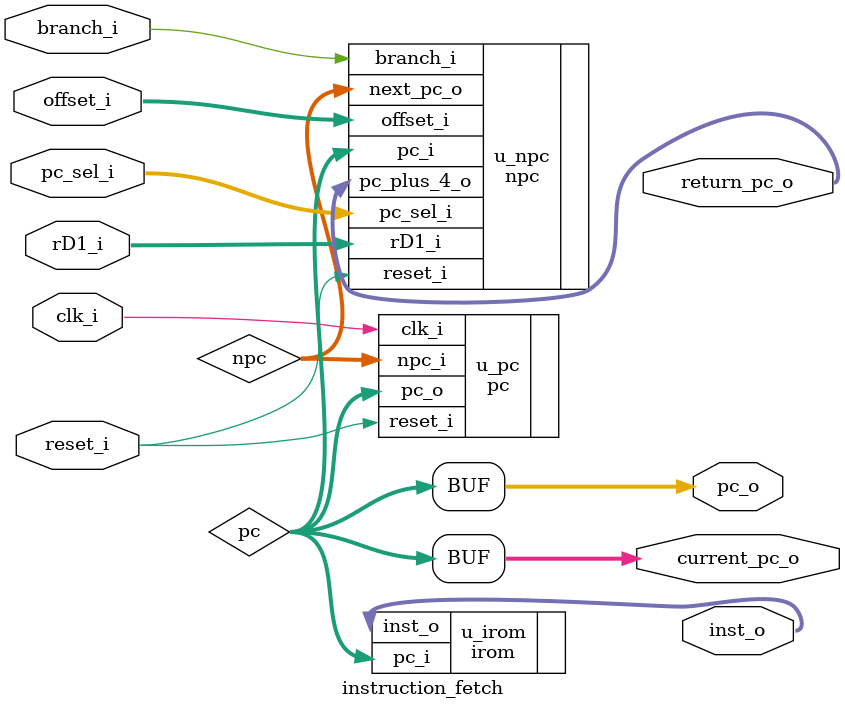
<source format=v>
`timescale 1ns / 1ps
module instruction_fetch(
    input         clk_i,
    input         reset_i,
    input  [1:0]  pc_sel_i,
    input  [31:0] offset_i,
    input  [31:0] rD1_i,
    input         branch_i,
    output [31:0] inst_o,
    output [31:0] return_pc_o,
    output [31:0] current_pc_o,     // 用于auipc
    output [31:0] pc_o
    );
    wire [31:0] npc;
    wire [31:0] pc;
    assign pc_o = pc;
    assign current_pc_o = pc;
    pc u_pc(
        .npc_i  (npc),
        .clk_i  (clk_i),
        .reset_i(reset_i),
        .pc_o   (pc)
    );
    npc u_npc(
        .reset_i    (reset_i),
        .pc_sel_i   (pc_sel_i),
        .pc_i       (pc),
        .offset_i   (offset_i),
        .rD1_i      (rD1_i),
        .branch_i   (branch_i),
        .next_pc_o  (npc),
        .pc_plus_4_o(return_pc_o)
    );
    irom u_irom(
        .pc_i  (pc),
        .inst_o(inst_o)
    );
endmodule

</source>
